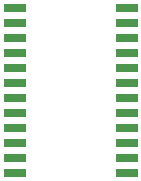
<source format=gbr>
%TF.GenerationSoftware,KiCad,Pcbnew,7.0.2-0*%
%TF.CreationDate,2023-11-12T18:20:12-05:00*%
%TF.ProjectId,Mux Module CD74HCT4067M,4d757820-4d6f-4647-956c-652043443734,rev?*%
%TF.SameCoordinates,Original*%
%TF.FileFunction,Paste,Top*%
%TF.FilePolarity,Positive*%
%FSLAX46Y46*%
G04 Gerber Fmt 4.6, Leading zero omitted, Abs format (unit mm)*
G04 Created by KiCad (PCBNEW 7.0.2-0) date 2023-11-12 18:20:12*
%MOMM*%
%LPD*%
G01*
G04 APERTURE LIST*
%ADD10R,1.950000X0.650000*%
G04 APERTURE END LIST*
D10*
%TO.C,IC1*%
X170880600Y-60209100D03*
X170880600Y-58939100D03*
X170880600Y-57669100D03*
X170880600Y-56399100D03*
X170880600Y-55129100D03*
X170880600Y-53859100D03*
X170880600Y-52589100D03*
X170880600Y-51319100D03*
X170880600Y-50049100D03*
X170880600Y-48779100D03*
X170880600Y-47509100D03*
X170880600Y-46239100D03*
X161430600Y-46239100D03*
X161430600Y-47509100D03*
X161430600Y-48779100D03*
X161430600Y-50049100D03*
X161430600Y-51319100D03*
X161430600Y-52589100D03*
X161430600Y-53859100D03*
X161430600Y-55129100D03*
X161430600Y-56399100D03*
X161430600Y-57669100D03*
X161430600Y-58939100D03*
X161430600Y-60209100D03*
%TD*%
M02*

</source>
